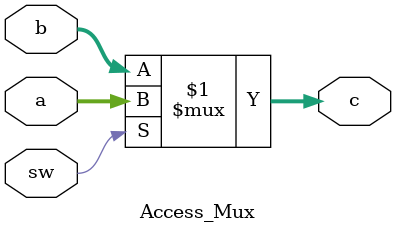
<source format=v>

module Access_Mux(
    c,
    sw,
    a,
    b
);
parameter W = 0;

output [0:(W-1)] c;
input  [0:(W-1)] a;
input  [0:(W-1)] b;
input sw;

assign c = sw ? a : b;

endmodule


</source>
